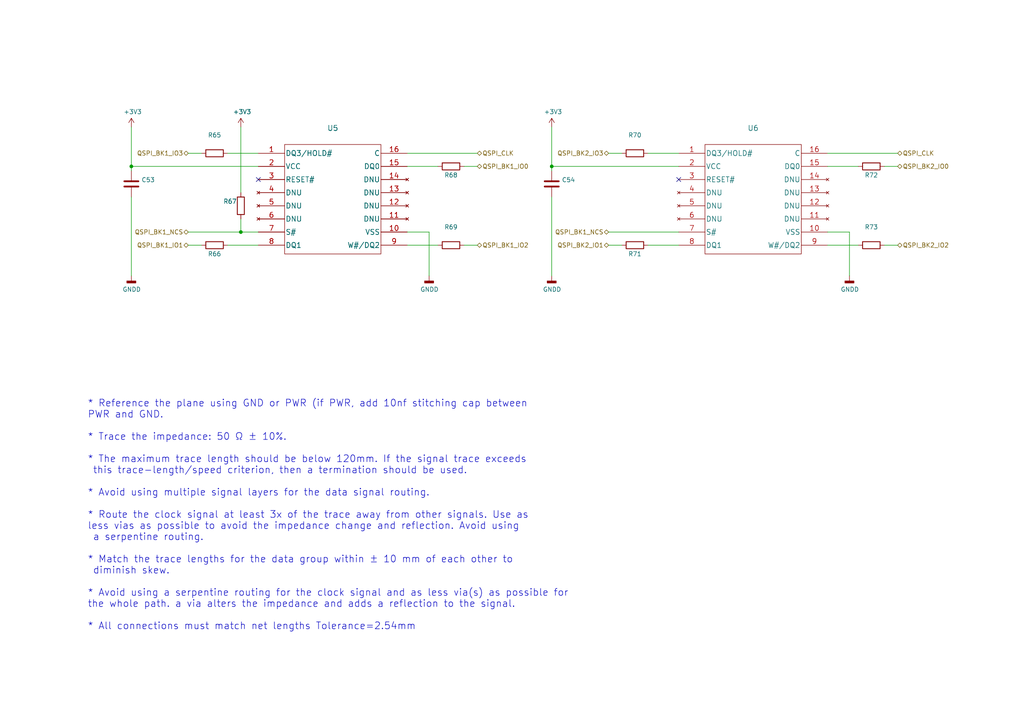
<source format=kicad_sch>
(kicad_sch (version 20211123) (generator eeschema)
  (paper "A4")
  (title_block (title "FLASH") (date "2022-03-19") (rev "Rev. 1") (company "HardGFX") (comment 1 "Esp. Eng. Sciarrone, Hanes Nahuel") (comment 2 "Magister in embedded systems") (comment 3 "UBA - Facultad de Ingeniería"))
  (lib_symbols
    (symbol "Device:C" (pin_numbers hide) (pin_names (offset 0.254))
      (property "Reference" "C" (at 0.635 2.54 0))
      (property "Value" "C" (at 0.635 -2.54 0))
      (symbol "C_0_1"
        (polyline (pts (xy -2.032 -0.762) (xy 2.032 -0.762)) (stroke (width 0.508)))
        (polyline (pts (xy -2.032 0.762) (xy 2.032 0.762)) (stroke (width 0.508)))
      )
      (symbol "C_1_1"
        (pin passive line (at 0 3.81 270) (length 2.794) (name "~") (number "1"))
        (pin passive line (at 0 -3.81 90) (length 2.794) (name "~") (number "2"))
      )
    )
    (symbol "Device:R" (pin_numbers hide) (pin_names (offset 0))
      (property "Reference" "R" (at 2.032 0 90))
      (property "Value" "R" (at 0 0 90))
      (symbol "R_0_1"
        (rectangle (start -1.016 -2.54) (end 1.016 2.54) (stroke (width 0.254)))
      )
      (symbol "R_1_1"
        (pin passive line (at 0 3.81 270) (length 1.27) (name "~") (number "1"))
        (pin passive line (at 0 -3.81 90) (length 1.27) (name "~") (number "2"))
      )
    )
    (symbol "MT25QL512ABB8ESF-0AAT:MT25QL512ABB8ESF-0AAT" (pin_names (offset 0.254))
      (property "Reference" "U" (at 27.94 10.16 0))
      (property "Value" "MT25QL512ABB8ESF-0AAT" (at 27.94 7.62 0))
      (symbol "MT25QL512ABB8ESF-0AAT_1_1"
        (polyline (pts (xy 13.97 2.54) (xy 41.91 2.54) (xy 41.91 -29.21) (xy 13.97 -29.21) (xy 13.97 2.54)))
        (pin bidirectional line (at 6.35 0 0) (length 7.62) (name "DQ3/HOLD#") (number "1"))
        (pin power_in line (at 49.53 -22.86 180) (length 7.62) (name "VSS") (number "10"))
        (pin no_connect line (at 49.53 -19.05 180) (length 7.62) (name "DNU") (number "11"))
        (pin no_connect line (at 49.53 -15.24 180) (length 7.62) (name "DNU") (number "12"))
        (pin no_connect line (at 49.53 -11.43 180) (length 7.62) (name "DNU") (number "13"))
        (pin no_connect line (at 49.53 -7.62 180) (length 7.62) (name "DNU") (number "14"))
        (pin bidirectional line (at 49.53 -3.81 180) (length 7.62) (name "DQ0") (number "15"))
        (pin input line (at 49.53 0 180) (length 7.62) (name "C") (number "16"))
        (pin power_in line (at 6.35 -3.81 0) (length 7.62) (name "VCC") (number "2"))
        (pin input line (at 6.35 -7.62 0) (length 7.62) (name "RESET#") (number "3"))
        (pin no_connect line (at 6.35 -11.43 0) (length 7.62) (name "DNU") (number "4"))
        (pin no_connect line (at 6.35 -15.24 0) (length 7.62) (name "DNU") (number "5"))
        (pin no_connect line (at 6.35 -19.05 0) (length 7.62) (name "DNU") (number "6"))
        (pin input line (at 6.35 -22.86 0) (length 7.62) (name "S#") (number "7"))
        (pin bidirectional line (at 6.35 -26.67 0) (length 7.62) (name "DQ1") (number "8"))
        (pin bidirectional line (at 49.53 -26.67 180) (length 7.62) (name "W#/DQ2") (number "9"))
      )
    )
    (symbol "power:+3V3" (power) (pin_names (offset 0))
      (property "Value" "+3V3" (at 0 3.556 0))
      (symbol "+3V3_0_1"
        (polyline (pts (xy -0.762 1.27) (xy 0 2.54)))
        (polyline (pts (xy 0 0) (xy 0 2.54)))
        (polyline (pts (xy 0 2.54) (xy 0.762 1.27)))
      )
      (symbol "+3V3_1_1"
        (pin power_in line (at 0 0 90) (length 0) hide (name "+3V3") (number "1"))
      )
    )
    (symbol "power:GNDD" (power) (pin_names (offset 0))
      (property "Value" "GNDD" (at 0 -3.175 0))
      (symbol "GNDD_0_1"
        (rectangle (start -1.27 -1.524) (end 1.27 -2.032) (stroke (width 0.254)) (fill (type outline)))
        (polyline (pts (xy 0 0) (xy 0 -1.524)))
      )
      (symbol "GNDD_1_1"
        (pin power_in line (at 0 0 270) (length 0) hide (name "GNDD") (number "1"))
      )
    )
  )
  (junction (at 38.1 48.26))
  (junction (at 160.02 48.26))
  (junction (at 69.85 67.31))
  (no_connect (at 196.85 52.07))
  (no_connect (at 74.93 52.07))
  (wire (pts (xy 187.96 71.12) (xy 196.85 71.12)))
  (wire (pts (xy 260.35 48.26) (xy 256.54 48.26)))
  (wire (pts (xy 176.53 71.12) (xy 180.34 71.12)))
  (wire (pts (xy 138.43 71.12) (xy 134.62 71.12)))
  (wire (pts (xy 246.38 80.01) (xy 246.38 67.31)))
  (wire (pts (xy 74.93 48.26) (xy 38.1 48.26)))
  (wire (pts (xy 138.43 44.45) (xy 118.11 44.45)))
  (wire (pts (xy 176.53 67.31) (xy 196.85 67.31)))
  (wire (pts (xy 54.61 71.12) (xy 58.42 71.12)))
  (wire (pts (xy 248.92 48.26) (xy 240.03 48.26)))
  (wire (pts (xy 160.02 80.01) (xy 160.02 57.15)))
  (wire (pts (xy 248.92 71.12) (xy 240.03 71.12)))
  (wire (pts (xy 124.46 67.31) (xy 124.46 80.01)))
  (wire (pts (xy 246.38 67.31) (xy 240.03 67.31)))
  (wire (pts (xy 66.04 71.12) (xy 74.93 71.12)))
  (wire (pts (xy 38.1 48.26) (xy 38.1 49.53)))
  (wire (pts (xy 69.85 36.83) (xy 69.85 55.88)))
  (wire (pts (xy 127 71.12) (xy 118.11 71.12)))
  (wire (pts (xy 54.61 67.31) (xy 69.85 67.31)))
  (wire (pts (xy 160.02 36.83) (xy 160.02 48.26)))
  (wire (pts (xy 196.85 48.26) (xy 160.02 48.26)))
  (wire (pts (xy 240.03 44.45) (xy 260.35 44.45)))
  (wire (pts (xy 54.61 44.45) (xy 58.42 44.45)))
  (wire (pts (xy 69.85 63.5) (xy 69.85 67.31)))
  (wire (pts (xy 160.02 48.26) (xy 160.02 49.53)))
  (wire (pts (xy 127 48.26) (xy 118.11 48.26)))
  (wire (pts (xy 138.43 48.26) (xy 134.62 48.26)))
  (wire (pts (xy 256.54 71.12) (xy 260.35 71.12)))
  (wire (pts (xy 118.11 67.31) (xy 124.46 67.31)))
  (wire (pts (xy 66.04 44.45) (xy 74.93 44.45)))
  (wire (pts (xy 38.1 57.15) (xy 38.1 80.01)))
  (wire (pts (xy 38.1 36.83) (xy 38.1 48.26)))
  (wire (pts (xy 69.85 67.31) (xy 74.93 67.31)))
  (wire (pts (xy 187.96 44.45) (xy 196.85 44.45)))
  (wire (pts (xy 180.34 44.45) (xy 176.53 44.45)))
  (text "* Reference the plane using GND or PWR (if PWR, add 10nf stitching cap between \nPWR and GND.\n\n* Trace the impedance: 50 Ω ± 10%.\n\n* The maximum trace length should be below 120mm. If the signal trace exceeds\n this trace-length/speed criterion, then a termination should be used.\n\n* Avoid using multiple signal layers for the data signal routing.\n\n* Route the clock signal at least 3x of the trace away from other signals. Use as \nless vias as possible to avoid the impedance change and reflection. Avoid using\n a serpentine routing.\n\n* Match the trace lengths for the data group within ± 10 mm of each other to\n diminish skew.\n\n* Avoid using a serpentine routing for the clock signal and as less via(s) as possible for\nthe whole path. a via alters the impedance and adds a reflection to the signal.\n\n* All connections must match net lengths Tolerance=2.54mm" (at 25.4 182.88 0) (effects (font (size 2.0066 2.0066)) (justify left bottom)))
  (hierarchical_label "QSPI_BK1_IO1" (shape bidirectional) (at 54.61 71.12 180))
  (hierarchical_label "QSPI_CLK" (shape bidirectional) (at 138.43 44.45 0))
  (hierarchical_label "QSPI_BK1_IO0" (shape bidirectional) (at 138.43 48.26 0))
  (hierarchical_label "QSPI_CLK" (shape bidirectional) (at 260.35 44.45 0))
  (hierarchical_label "QSPI_BK1_NCS" (shape bidirectional) (at 176.53 67.31 180))
  (hierarchical_label "QSPI_BK1_NCS" (shape bidirectional) (at 54.61 67.31 180))
  (hierarchical_label "QSPI_BK1_IO2" (shape bidirectional) (at 138.43 71.12 0))
  (hierarchical_label "QSPI_BK2_IO1" (shape bidirectional) (at 176.53 71.12 180))
  (hierarchical_label "QSPI_BK1_IO3" (shape bidirectional) (at 54.61 44.45 180))
  (hierarchical_label "QSPI_BK2_IO2" (shape bidirectional) (at 260.35 71.12 0))
  (hierarchical_label "QSPI_BK2_IO3" (shape bidirectional) (at 176.53 44.45 180))
  (hierarchical_label "QSPI_BK2_IO0" (shape bidirectional) (at 260.35 48.26 0))
  (symbol (lib_id "MT25QL512ABB8ESF-0AAT:MT25QL512ABB8ESF-0AAT") (at 68.58 44.45 0) (unit 1)
    (property "Reference" "U5" (at 96.52 37.1602 0) (effects (font (size 1.524 1.524))))
    (property "Datasheet" "https://media-www.micron.com/-/media/client/global/documents/products/data-sheet/nor-flash/serial-nor/mt25q/die-rev-b/mt25q_qlkt_l_512_abb_0.pdf" (effects hide))
    (property "MANUFACTURER" "MICRON" (effects hide))
    (property "manf#" "MT25QL512ABB8ESF-0AAT" (effects hide))
  )
  (symbol (lib_id "MT25QL512ABB8ESF-0AAT:MT25QL512ABB8ESF-0AAT") (at 190.5 44.45 0) (unit 1)
    (property "Reference" "U6" (at 218.44 37.1602 0) (effects (font (size 1.524 1.524))))
    (property "Datasheet" "https://media-www.micron.com/-/media/client/global/documents/products/data-sheet/nor-flash/serial-nor/mt25q/die-rev-b/mt25q_qlkt_l_512_abb_0.pdf" (effects hide))
    (property "MANUFACTURER" "MICRON" (effects hide))
    (property "manf#" "MT25QL512ABB8ESF-0AAT" (effects hide))
  )
  (symbol (lib_id "power:GNDD") (at 124.46 80.01 0) (unit 1)
    (property "Reference" "#PWR0136" (effects hide))
  )
  (symbol (lib_id "power:GNDD") (at 246.38 80.01 0) (unit 1)
    (property "Reference" "#PWR0137" (effects hide))
  )
  (symbol (lib_id "Device:C") (at 38.1 53.34 0) (unit 1)
    (property "Reference" "C53" (at 41.021 52.1716 0) (effects (justify left)))
    (property "Datasheet" "https://www.yageo.com/upload/media/product/productsearch/datasheet/mlcc/UPY-GPHC_X7R_6.3V-to-50V_20.pdf" (effects hide))
    (property "MANUFACTURER" "YAGEO" (effects hide))
    (property "digikey#" "311-1088-1-ND" (effects hide))
    (property "manf#" "CC0603KRX7R7BB104 " (effects hide))
    (property "mouser#" "603-CC603KRX7R7BB104 " (effects hide))
  )
  (symbol (lib_id "Device:C") (at 160.02 53.34 0) (unit 1)
    (property "Reference" "C54" (at 162.941 52.1716 0) (effects (justify left)))
    (property "Datasheet" "https://www.yageo.com/upload/media/product/productsearch/datasheet/mlcc/UPY-GPHC_X7R_6.3V-to-50V_20.pdf" (effects hide))
    (property "MANUFACTURER" "YAGEO" (effects hide))
    (property "digikey#" "311-1088-1-ND" (effects hide))
    (property "manf#" "CC0603KRX7R7BB104 " (effects hide))
    (property "mouser#" "603-CC603KRX7R7BB104 " (effects hide))
  )
  (symbol (lib_id "power:GNDD") (at 38.1 80.01 0) (unit 1)
    (property "Reference" "#PWR0138" (effects hide))
  )
  (symbol (lib_id "power:GNDD") (at 160.02 80.01 0) (unit 1)
    (property "Reference" "#PWR0139" (effects hide))
  )
  (symbol (lib_id "power:+3V3") (at 38.1 36.83 0) (unit 1)
    (property "Reference" "#PWR0140" (effects hide))
  )
  (symbol (lib_id "power:+3V3") (at 160.02 36.83 0) (unit 1)
    (property "Reference" "#PWR0141" (effects hide))
  )
  (symbol (lib_id "Device:R") (at 62.23 44.45 270) (unit 1)
    (property "Reference" "R65" (at 62.23 39.1922 90))
    (property "Datasheet" "https://www.yageo.com/upload/media/product/productsearch/datasheet/rchip/PYu-RC_Group_51_RoHS_L_11.pdf" (effects hide))
    (property "MANUFACTURER" "YAGEO" (effects hide))
    (property "digikey#" "311-33.0HRCT-ND" (effects hide))
    (property "manf#" "RC0603FR-0733RL" (effects hide))
    (property "mouser#" "603-RC0603FR-0733RL" (effects hide))
  )
  (symbol (lib_id "Device:R") (at 62.23 71.12 270) (unit 1)
    (property "Reference" "R66" (at 62.23 73.66 90))
    (property "Datasheet" "https://www.yageo.com/upload/media/product/productsearch/datasheet/rchip/PYu-RC_Group_51_RoHS_L_11.pdf" (effects hide))
    (property "MANUFACTURER" "YAGEO" (effects hide))
    (property "digikey#" "311-33.0HRCT-ND" (effects hide))
    (property "manf#" "RC0603FR-0733RL" (effects hide))
    (property "mouser#" "603-RC0603FR-0733RL" (effects hide))
  )
  (symbol (lib_id "Device:R") (at 130.81 71.12 270) (unit 1)
    (property "Reference" "R69" (at 130.81 65.8622 90))
    (property "Datasheet" "https://www.yageo.com/upload/media/product/productsearch/datasheet/rchip/PYu-RC_Group_51_RoHS_L_11.pdf" (effects hide))
    (property "MANUFACTURER" "YAGEO" (effects hide))
    (property "digikey#" "311-33.0HRCT-ND" (effects hide))
    (property "manf#" "RC0603FR-0733RL" (effects hide))
    (property "mouser#" "603-RC0603FR-0733RL" (effects hide))
  )
  (symbol (lib_id "Device:R") (at 130.81 48.26 270) (unit 1)
    (property "Reference" "R68" (at 130.81 50.8 90))
    (property "Datasheet" "https://www.yageo.com/upload/media/product/productsearch/datasheet/rchip/PYu-RC_Group_51_RoHS_L_11.pdf" (effects hide))
    (property "MANUFACTURER" "YAGEO" (effects hide))
    (property "digikey#" "311-33.0HRCT-ND" (effects hide))
    (property "manf#" "RC0603FR-0733RL" (effects hide))
    (property "mouser#" "603-RC0603FR-0733RL" (effects hide))
  )
  (symbol (lib_id "Device:R") (at 184.15 44.45 270) (unit 1)
    (property "Reference" "R70" (at 184.15 39.1922 90))
    (property "Datasheet" "https://www.yageo.com/upload/media/product/productsearch/datasheet/rchip/PYu-RC_Group_51_RoHS_L_11.pdf" (effects hide))
    (property "MANUFACTURER" "YAGEO" (effects hide))
    (property "digikey#" "311-33.0HRCT-ND" (effects hide))
    (property "manf#" "RC0603FR-0733RL" (effects hide))
    (property "mouser#" "603-RC0603FR-0733RL" (effects hide))
  )
  (symbol (lib_id "Device:R") (at 184.15 71.12 270) (unit 1)
    (property "Reference" "R71" (at 184.15 73.66 90))
    (property "Datasheet" "https://www.yageo.com/upload/media/product/productsearch/datasheet/rchip/PYu-RC_Group_51_RoHS_L_11.pdf" (effects hide))
    (property "MANUFACTURER" "YAGEO" (effects hide))
    (property "digikey#" "311-33.0HRCT-ND" (effects hide))
    (property "manf#" "RC0603FR-0733RL" (effects hide))
    (property "mouser#" "603-RC0603FR-0733RL" (effects hide))
  )
  (symbol (lib_id "Device:R") (at 252.73 48.26 90) (unit 1)
    (property "Reference" "R72" (at 252.73 50.8 90))
    (property "Datasheet" "https://www.yageo.com/upload/media/product/productsearch/datasheet/rchip/PYu-RC_Group_51_RoHS_L_11.pdf" (effects hide))
    (property "MANUFACTURER" "YAGEO" (effects hide))
    (property "digikey#" "311-33.0HRCT-ND" (effects hide))
    (property "manf#" "RC0603FR-0733RL" (effects hide))
    (property "mouser#" "603-RC0603FR-0733RL" (effects hide))
  )
  (symbol (lib_id "Device:R") (at 252.73 71.12 270) (unit 1)
    (property "Reference" "R73" (at 252.73 65.8622 90))
    (property "Datasheet" "https://www.yageo.com/upload/media/product/productsearch/datasheet/rchip/PYu-RC_Group_51_RoHS_L_11.pdf" (effects hide))
    (property "MANUFACTURER" "YAGEO" (effects hide))
    (property "digikey#" "311-33.0HRCT-ND" (effects hide))
    (property "manf#" "RC0603FR-0733RL" (effects hide))
    (property "mouser#" "603-RC0603FR-0733RL" (effects hide))
  )
  (symbol (lib_id "Device:R") (at 69.85 59.69 0) (unit 1)
    (property "Reference" "R67" (at 64.77 58.42 0) (effects (justify left)))
    (property "Datasheet" "https://www.yageo.com/upload/media/product/productsearch/datasheet/rchip/PYu-RC_Group_51_RoHS_L_11.pdf" (effects hide))
    (property "MANUFACTURER" "YAGEO" (effects hide))
    (property "digikey#" "311-10.0KHRCT-ND" (effects hide))
    (property "manf#" "RC0603FR-0710KL" (effects hide))
    (property "mouser#" "603-RC0603FR-0710KL" (effects hide))
  )
  (symbol (lib_id "power:+3V3") (at 69.85 36.83 0) (unit 1)
    (property "Reference" "#PWR0142" (effects hide))
  )
)
</source>
